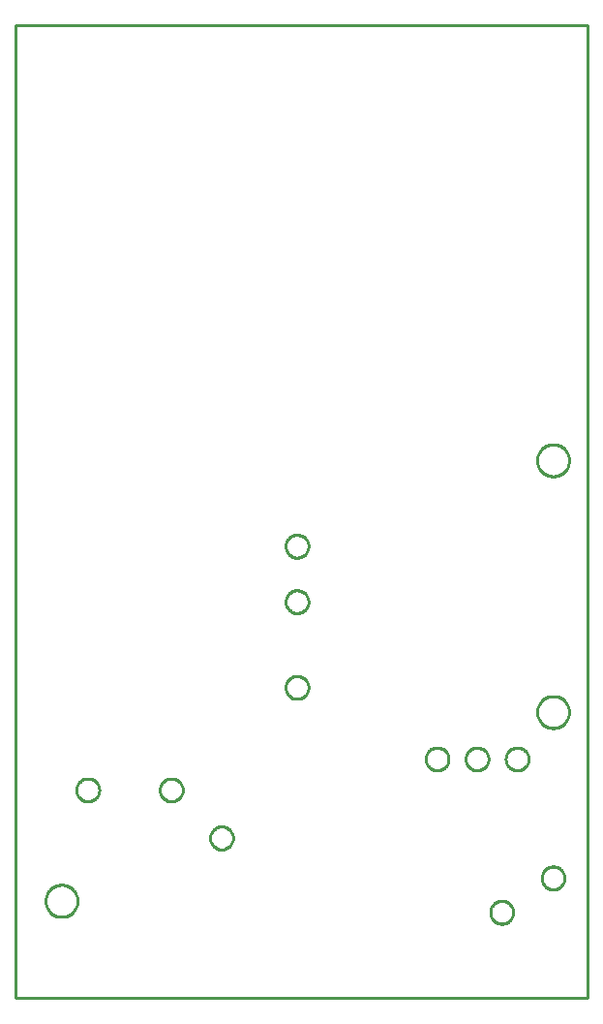
<source format=gbr>
G04 EAGLE Gerber X2 export*
%TF.Part,Single*%
%TF.FileFunction,Profile,NP*%
%TF.FilePolarity,Positive*%
%TF.GenerationSoftware,Autodesk,EAGLE,9.0.0*%
%TF.CreationDate,2019-06-10T11:01:14Z*%
G75*
%MOMM*%
%FSLAX34Y34*%
%LPD*%
%AMOC8*
5,1,8,0,0,1.08239X$1,22.5*%
G01*
%ADD10C,0.254000*%


D10*
X0Y0D02*
X500000Y0D01*
X500000Y850000D01*
X0Y850000D01*
X0Y0D01*
X480000Y104563D02*
X479924Y103694D01*
X479772Y102834D01*
X479546Y101990D01*
X479248Y101170D01*
X478879Y100378D01*
X478442Y99622D01*
X477941Y98907D01*
X477380Y98238D01*
X476762Y97620D01*
X476093Y97059D01*
X475378Y96558D01*
X474622Y96121D01*
X473830Y95752D01*
X473010Y95454D01*
X472166Y95228D01*
X471307Y95076D01*
X470437Y95000D01*
X469563Y95000D01*
X468694Y95076D01*
X467834Y95228D01*
X466990Y95454D01*
X466170Y95752D01*
X465378Y96121D01*
X464622Y96558D01*
X463907Y97059D01*
X463238Y97620D01*
X462620Y98238D01*
X462059Y98907D01*
X461558Y99622D01*
X461121Y100378D01*
X460752Y101170D01*
X460454Y101990D01*
X460228Y102834D01*
X460076Y103694D01*
X460000Y104563D01*
X460000Y105437D01*
X460076Y106307D01*
X460228Y107166D01*
X460454Y108010D01*
X460752Y108830D01*
X461121Y109622D01*
X461558Y110378D01*
X462059Y111093D01*
X462620Y111762D01*
X463238Y112380D01*
X463907Y112941D01*
X464622Y113442D01*
X465378Y113879D01*
X466170Y114248D01*
X466990Y114546D01*
X467834Y114772D01*
X468694Y114924D01*
X469563Y115000D01*
X470437Y115000D01*
X471307Y114924D01*
X472166Y114772D01*
X473010Y114546D01*
X473830Y114248D01*
X474622Y113879D01*
X475378Y113442D01*
X476093Y112941D01*
X476762Y112380D01*
X477380Y111762D01*
X477941Y111093D01*
X478442Y110378D01*
X478879Y109622D01*
X479248Y108830D01*
X479546Y108010D01*
X479772Y107166D01*
X479924Y106307D01*
X480000Y105437D01*
X480000Y104563D01*
X435000Y74563D02*
X434924Y73694D01*
X434772Y72834D01*
X434546Y71990D01*
X434248Y71170D01*
X433879Y70378D01*
X433442Y69622D01*
X432941Y68907D01*
X432380Y68238D01*
X431762Y67620D01*
X431093Y67059D01*
X430378Y66558D01*
X429622Y66121D01*
X428830Y65752D01*
X428010Y65454D01*
X427166Y65228D01*
X426307Y65076D01*
X425437Y65000D01*
X424563Y65000D01*
X423694Y65076D01*
X422834Y65228D01*
X421990Y65454D01*
X421170Y65752D01*
X420378Y66121D01*
X419622Y66558D01*
X418907Y67059D01*
X418238Y67620D01*
X417620Y68238D01*
X417059Y68907D01*
X416558Y69622D01*
X416121Y70378D01*
X415752Y71170D01*
X415454Y71990D01*
X415228Y72834D01*
X415076Y73694D01*
X415000Y74563D01*
X415000Y75437D01*
X415076Y76307D01*
X415228Y77166D01*
X415454Y78010D01*
X415752Y78830D01*
X416121Y79622D01*
X416558Y80378D01*
X417059Y81093D01*
X417620Y81762D01*
X418238Y82380D01*
X418907Y82941D01*
X419622Y83442D01*
X420378Y83879D01*
X421170Y84248D01*
X421990Y84546D01*
X422834Y84772D01*
X423694Y84924D01*
X424563Y85000D01*
X425437Y85000D01*
X426307Y84924D01*
X427166Y84772D01*
X428010Y84546D01*
X428830Y84248D01*
X429622Y83879D01*
X430378Y83442D01*
X431093Y82941D01*
X431762Y82380D01*
X432380Y81762D01*
X432941Y81093D01*
X433442Y80378D01*
X433879Y79622D01*
X434248Y78830D01*
X434546Y78010D01*
X434772Y77166D01*
X434924Y76307D01*
X435000Y75437D01*
X435000Y74563D01*
X190000Y139563D02*
X189924Y138694D01*
X189772Y137834D01*
X189546Y136990D01*
X189248Y136170D01*
X188879Y135378D01*
X188442Y134622D01*
X187941Y133907D01*
X187380Y133238D01*
X186762Y132620D01*
X186093Y132059D01*
X185378Y131558D01*
X184622Y131121D01*
X183830Y130752D01*
X183010Y130454D01*
X182166Y130228D01*
X181307Y130076D01*
X180437Y130000D01*
X179563Y130000D01*
X178694Y130076D01*
X177834Y130228D01*
X176990Y130454D01*
X176170Y130752D01*
X175378Y131121D01*
X174622Y131558D01*
X173907Y132059D01*
X173238Y132620D01*
X172620Y133238D01*
X172059Y133907D01*
X171558Y134622D01*
X171121Y135378D01*
X170752Y136170D01*
X170454Y136990D01*
X170228Y137834D01*
X170076Y138694D01*
X170000Y139563D01*
X170000Y140437D01*
X170076Y141307D01*
X170228Y142166D01*
X170454Y143010D01*
X170752Y143830D01*
X171121Y144622D01*
X171558Y145378D01*
X172059Y146093D01*
X172620Y146762D01*
X173238Y147380D01*
X173907Y147941D01*
X174622Y148442D01*
X175378Y148879D01*
X176170Y149248D01*
X176990Y149546D01*
X177834Y149772D01*
X178694Y149924D01*
X179563Y150000D01*
X180437Y150000D01*
X181307Y149924D01*
X182166Y149772D01*
X183010Y149546D01*
X183830Y149248D01*
X184622Y148879D01*
X185378Y148442D01*
X186093Y147941D01*
X186762Y147380D01*
X187380Y146762D01*
X187941Y146093D01*
X188442Y145378D01*
X188879Y144622D01*
X189248Y143830D01*
X189546Y143010D01*
X189772Y142166D01*
X189924Y141307D01*
X190000Y140437D01*
X190000Y139563D01*
X73000Y181563D02*
X72924Y180694D01*
X72772Y179834D01*
X72546Y178990D01*
X72248Y178170D01*
X71879Y177378D01*
X71442Y176622D01*
X70941Y175907D01*
X70380Y175238D01*
X69762Y174620D01*
X69093Y174059D01*
X68378Y173558D01*
X67622Y173121D01*
X66830Y172752D01*
X66010Y172454D01*
X65166Y172228D01*
X64307Y172076D01*
X63437Y172000D01*
X62563Y172000D01*
X61694Y172076D01*
X60834Y172228D01*
X59990Y172454D01*
X59170Y172752D01*
X58378Y173121D01*
X57622Y173558D01*
X56907Y174059D01*
X56238Y174620D01*
X55620Y175238D01*
X55059Y175907D01*
X54558Y176622D01*
X54121Y177378D01*
X53752Y178170D01*
X53454Y178990D01*
X53228Y179834D01*
X53076Y180694D01*
X53000Y181563D01*
X53000Y182437D01*
X53076Y183307D01*
X53228Y184166D01*
X53454Y185010D01*
X53752Y185830D01*
X54121Y186622D01*
X54558Y187378D01*
X55059Y188093D01*
X55620Y188762D01*
X56238Y189380D01*
X56907Y189941D01*
X57622Y190442D01*
X58378Y190879D01*
X59170Y191248D01*
X59990Y191546D01*
X60834Y191772D01*
X61694Y191924D01*
X62563Y192000D01*
X63437Y192000D01*
X64307Y191924D01*
X65166Y191772D01*
X66010Y191546D01*
X66830Y191248D01*
X67622Y190879D01*
X68378Y190442D01*
X69093Y189941D01*
X69762Y189380D01*
X70380Y188762D01*
X70941Y188093D01*
X71442Y187378D01*
X71879Y186622D01*
X72248Y185830D01*
X72546Y185010D01*
X72772Y184166D01*
X72924Y183307D01*
X73000Y182437D01*
X73000Y181563D01*
X146000Y181563D02*
X145924Y180694D01*
X145772Y179834D01*
X145546Y178990D01*
X145248Y178170D01*
X144879Y177378D01*
X144442Y176622D01*
X143941Y175907D01*
X143380Y175238D01*
X142762Y174620D01*
X142093Y174059D01*
X141378Y173558D01*
X140622Y173121D01*
X139830Y172752D01*
X139010Y172454D01*
X138166Y172228D01*
X137307Y172076D01*
X136437Y172000D01*
X135563Y172000D01*
X134694Y172076D01*
X133834Y172228D01*
X132990Y172454D01*
X132170Y172752D01*
X131378Y173121D01*
X130622Y173558D01*
X129907Y174059D01*
X129238Y174620D01*
X128620Y175238D01*
X128059Y175907D01*
X127558Y176622D01*
X127121Y177378D01*
X126752Y178170D01*
X126454Y178990D01*
X126228Y179834D01*
X126076Y180694D01*
X126000Y181563D01*
X126000Y182437D01*
X126076Y183307D01*
X126228Y184166D01*
X126454Y185010D01*
X126752Y185830D01*
X127121Y186622D01*
X127558Y187378D01*
X128059Y188093D01*
X128620Y188762D01*
X129238Y189380D01*
X129907Y189941D01*
X130622Y190442D01*
X131378Y190879D01*
X132170Y191248D01*
X132990Y191546D01*
X133834Y191772D01*
X134694Y191924D01*
X135563Y192000D01*
X136437Y192000D01*
X137307Y191924D01*
X138166Y191772D01*
X139010Y191546D01*
X139830Y191248D01*
X140622Y190879D01*
X141378Y190442D01*
X142093Y189941D01*
X142762Y189380D01*
X143380Y188762D01*
X143941Y188093D01*
X144442Y187378D01*
X144879Y186622D01*
X145248Y185830D01*
X145546Y185010D01*
X145772Y184166D01*
X145924Y183307D01*
X146000Y182437D01*
X146000Y181563D01*
X256000Y394563D02*
X255924Y393694D01*
X255772Y392834D01*
X255546Y391990D01*
X255248Y391170D01*
X254879Y390378D01*
X254442Y389622D01*
X253941Y388907D01*
X253380Y388238D01*
X252762Y387620D01*
X252093Y387059D01*
X251378Y386558D01*
X250622Y386121D01*
X249830Y385752D01*
X249010Y385454D01*
X248166Y385228D01*
X247307Y385076D01*
X246437Y385000D01*
X245563Y385000D01*
X244694Y385076D01*
X243834Y385228D01*
X242990Y385454D01*
X242170Y385752D01*
X241378Y386121D01*
X240622Y386558D01*
X239907Y387059D01*
X239238Y387620D01*
X238620Y388238D01*
X238059Y388907D01*
X237558Y389622D01*
X237121Y390378D01*
X236752Y391170D01*
X236454Y391990D01*
X236228Y392834D01*
X236076Y393694D01*
X236000Y394563D01*
X236000Y395437D01*
X236076Y396307D01*
X236228Y397166D01*
X236454Y398010D01*
X236752Y398830D01*
X237121Y399622D01*
X237558Y400378D01*
X238059Y401093D01*
X238620Y401762D01*
X239238Y402380D01*
X239907Y402941D01*
X240622Y403442D01*
X241378Y403879D01*
X242170Y404248D01*
X242990Y404546D01*
X243834Y404772D01*
X244694Y404924D01*
X245563Y405000D01*
X246437Y405000D01*
X247307Y404924D01*
X248166Y404772D01*
X249010Y404546D01*
X249830Y404248D01*
X250622Y403879D01*
X251378Y403442D01*
X252093Y402941D01*
X252762Y402380D01*
X253380Y401762D01*
X253941Y401093D01*
X254442Y400378D01*
X254879Y399622D01*
X255248Y398830D01*
X255546Y398010D01*
X255772Y397166D01*
X255924Y396307D01*
X256000Y395437D01*
X256000Y394563D01*
X256000Y346063D02*
X255924Y345194D01*
X255772Y344334D01*
X255546Y343490D01*
X255248Y342670D01*
X254879Y341878D01*
X254442Y341122D01*
X253941Y340407D01*
X253380Y339738D01*
X252762Y339120D01*
X252093Y338559D01*
X251378Y338058D01*
X250622Y337621D01*
X249830Y337252D01*
X249010Y336954D01*
X248166Y336728D01*
X247307Y336576D01*
X246437Y336500D01*
X245563Y336500D01*
X244694Y336576D01*
X243834Y336728D01*
X242990Y336954D01*
X242170Y337252D01*
X241378Y337621D01*
X240622Y338058D01*
X239907Y338559D01*
X239238Y339120D01*
X238620Y339738D01*
X238059Y340407D01*
X237558Y341122D01*
X237121Y341878D01*
X236752Y342670D01*
X236454Y343490D01*
X236228Y344334D01*
X236076Y345194D01*
X236000Y346063D01*
X236000Y346937D01*
X236076Y347807D01*
X236228Y348666D01*
X236454Y349510D01*
X236752Y350330D01*
X237121Y351122D01*
X237558Y351878D01*
X238059Y352593D01*
X238620Y353262D01*
X239238Y353880D01*
X239907Y354441D01*
X240622Y354942D01*
X241378Y355379D01*
X242170Y355748D01*
X242990Y356046D01*
X243834Y356272D01*
X244694Y356424D01*
X245563Y356500D01*
X246437Y356500D01*
X247307Y356424D01*
X248166Y356272D01*
X249010Y356046D01*
X249830Y355748D01*
X250622Y355379D01*
X251378Y354942D01*
X252093Y354441D01*
X252762Y353880D01*
X253380Y353262D01*
X253941Y352593D01*
X254442Y351878D01*
X254879Y351122D01*
X255248Y350330D01*
X255546Y349510D01*
X255772Y348666D01*
X255924Y347807D01*
X256000Y346937D01*
X256000Y346063D01*
X256000Y271063D02*
X255924Y270194D01*
X255772Y269334D01*
X255546Y268490D01*
X255248Y267670D01*
X254879Y266878D01*
X254442Y266122D01*
X253941Y265407D01*
X253380Y264738D01*
X252762Y264120D01*
X252093Y263559D01*
X251378Y263058D01*
X250622Y262621D01*
X249830Y262252D01*
X249010Y261954D01*
X248166Y261728D01*
X247307Y261576D01*
X246437Y261500D01*
X245563Y261500D01*
X244694Y261576D01*
X243834Y261728D01*
X242990Y261954D01*
X242170Y262252D01*
X241378Y262621D01*
X240622Y263058D01*
X239907Y263559D01*
X239238Y264120D01*
X238620Y264738D01*
X238059Y265407D01*
X237558Y266122D01*
X237121Y266878D01*
X236752Y267670D01*
X236454Y268490D01*
X236228Y269334D01*
X236076Y270194D01*
X236000Y271063D01*
X236000Y271937D01*
X236076Y272807D01*
X236228Y273666D01*
X236454Y274510D01*
X236752Y275330D01*
X237121Y276122D01*
X237558Y276878D01*
X238059Y277593D01*
X238620Y278262D01*
X239238Y278880D01*
X239907Y279441D01*
X240622Y279942D01*
X241378Y280379D01*
X242170Y280748D01*
X242990Y281046D01*
X243834Y281272D01*
X244694Y281424D01*
X245563Y281500D01*
X246437Y281500D01*
X247307Y281424D01*
X248166Y281272D01*
X249010Y281046D01*
X249830Y280748D01*
X250622Y280379D01*
X251378Y279942D01*
X252093Y279441D01*
X252762Y278880D01*
X253380Y278262D01*
X253941Y277593D01*
X254442Y276878D01*
X254879Y276122D01*
X255248Y275330D01*
X255546Y274510D01*
X255772Y273666D01*
X255924Y272807D01*
X256000Y271937D01*
X256000Y271063D01*
X378500Y208563D02*
X378424Y207694D01*
X378272Y206834D01*
X378046Y205990D01*
X377748Y205170D01*
X377379Y204378D01*
X376942Y203622D01*
X376441Y202907D01*
X375880Y202238D01*
X375262Y201620D01*
X374593Y201059D01*
X373878Y200558D01*
X373122Y200121D01*
X372330Y199752D01*
X371510Y199454D01*
X370666Y199228D01*
X369807Y199076D01*
X368937Y199000D01*
X368063Y199000D01*
X367194Y199076D01*
X366334Y199228D01*
X365490Y199454D01*
X364670Y199752D01*
X363878Y200121D01*
X363122Y200558D01*
X362407Y201059D01*
X361738Y201620D01*
X361120Y202238D01*
X360559Y202907D01*
X360058Y203622D01*
X359621Y204378D01*
X359252Y205170D01*
X358954Y205990D01*
X358728Y206834D01*
X358576Y207694D01*
X358500Y208563D01*
X358500Y209437D01*
X358576Y210307D01*
X358728Y211166D01*
X358954Y212010D01*
X359252Y212830D01*
X359621Y213622D01*
X360058Y214378D01*
X360559Y215093D01*
X361120Y215762D01*
X361738Y216380D01*
X362407Y216941D01*
X363122Y217442D01*
X363878Y217879D01*
X364670Y218248D01*
X365490Y218546D01*
X366334Y218772D01*
X367194Y218924D01*
X368063Y219000D01*
X368937Y219000D01*
X369807Y218924D01*
X370666Y218772D01*
X371510Y218546D01*
X372330Y218248D01*
X373122Y217879D01*
X373878Y217442D01*
X374593Y216941D01*
X375262Y216380D01*
X375880Y215762D01*
X376441Y215093D01*
X376942Y214378D01*
X377379Y213622D01*
X377748Y212830D01*
X378046Y212010D01*
X378272Y211166D01*
X378424Y210307D01*
X378500Y209437D01*
X378500Y208563D01*
X413500Y208563D02*
X413424Y207694D01*
X413272Y206834D01*
X413046Y205990D01*
X412748Y205170D01*
X412379Y204378D01*
X411942Y203622D01*
X411441Y202907D01*
X410880Y202238D01*
X410262Y201620D01*
X409593Y201059D01*
X408878Y200558D01*
X408122Y200121D01*
X407330Y199752D01*
X406510Y199454D01*
X405666Y199228D01*
X404807Y199076D01*
X403937Y199000D01*
X403063Y199000D01*
X402194Y199076D01*
X401334Y199228D01*
X400490Y199454D01*
X399670Y199752D01*
X398878Y200121D01*
X398122Y200558D01*
X397407Y201059D01*
X396738Y201620D01*
X396120Y202238D01*
X395559Y202907D01*
X395058Y203622D01*
X394621Y204378D01*
X394252Y205170D01*
X393954Y205990D01*
X393728Y206834D01*
X393576Y207694D01*
X393500Y208563D01*
X393500Y209437D01*
X393576Y210307D01*
X393728Y211166D01*
X393954Y212010D01*
X394252Y212830D01*
X394621Y213622D01*
X395058Y214378D01*
X395559Y215093D01*
X396120Y215762D01*
X396738Y216380D01*
X397407Y216941D01*
X398122Y217442D01*
X398878Y217879D01*
X399670Y218248D01*
X400490Y218546D01*
X401334Y218772D01*
X402194Y218924D01*
X403063Y219000D01*
X403937Y219000D01*
X404807Y218924D01*
X405666Y218772D01*
X406510Y218546D01*
X407330Y218248D01*
X408122Y217879D01*
X408878Y217442D01*
X409593Y216941D01*
X410262Y216380D01*
X410880Y215762D01*
X411441Y215093D01*
X411942Y214378D01*
X412379Y213622D01*
X412748Y212830D01*
X413046Y212010D01*
X413272Y211166D01*
X413424Y210307D01*
X413500Y209437D01*
X413500Y208563D01*
X448500Y208563D02*
X448424Y207694D01*
X448272Y206834D01*
X448046Y205990D01*
X447748Y205170D01*
X447379Y204378D01*
X446942Y203622D01*
X446441Y202907D01*
X445880Y202238D01*
X445262Y201620D01*
X444593Y201059D01*
X443878Y200558D01*
X443122Y200121D01*
X442330Y199752D01*
X441510Y199454D01*
X440666Y199228D01*
X439807Y199076D01*
X438937Y199000D01*
X438063Y199000D01*
X437194Y199076D01*
X436334Y199228D01*
X435490Y199454D01*
X434670Y199752D01*
X433878Y200121D01*
X433122Y200558D01*
X432407Y201059D01*
X431738Y201620D01*
X431120Y202238D01*
X430559Y202907D01*
X430058Y203622D01*
X429621Y204378D01*
X429252Y205170D01*
X428954Y205990D01*
X428728Y206834D01*
X428576Y207694D01*
X428500Y208563D01*
X428500Y209437D01*
X428576Y210307D01*
X428728Y211166D01*
X428954Y212010D01*
X429252Y212830D01*
X429621Y213622D01*
X430058Y214378D01*
X430559Y215093D01*
X431120Y215762D01*
X431738Y216380D01*
X432407Y216941D01*
X433122Y217442D01*
X433878Y217879D01*
X434670Y218248D01*
X435490Y218546D01*
X436334Y218772D01*
X437194Y218924D01*
X438063Y219000D01*
X438937Y219000D01*
X439807Y218924D01*
X440666Y218772D01*
X441510Y218546D01*
X442330Y218248D01*
X443122Y217879D01*
X443878Y217442D01*
X444593Y216941D01*
X445262Y216380D01*
X445880Y215762D01*
X446441Y215093D01*
X446942Y214378D01*
X447379Y213622D01*
X447748Y212830D01*
X448046Y212010D01*
X448272Y211166D01*
X448424Y210307D01*
X448500Y209437D01*
X448500Y208563D01*
X480000Y104563D02*
X479924Y103694D01*
X479772Y102834D01*
X479546Y101990D01*
X479248Y101170D01*
X478879Y100378D01*
X478442Y99622D01*
X477941Y98907D01*
X477380Y98238D01*
X476762Y97620D01*
X476093Y97059D01*
X475378Y96558D01*
X474622Y96121D01*
X473830Y95752D01*
X473010Y95454D01*
X472166Y95228D01*
X471307Y95076D01*
X470437Y95000D01*
X469563Y95000D01*
X468694Y95076D01*
X467834Y95228D01*
X466990Y95454D01*
X466170Y95752D01*
X465378Y96121D01*
X464622Y96558D01*
X463907Y97059D01*
X463238Y97620D01*
X462620Y98238D01*
X462059Y98907D01*
X461558Y99622D01*
X461121Y100378D01*
X460752Y101170D01*
X460454Y101990D01*
X460228Y102834D01*
X460076Y103694D01*
X460000Y104563D01*
X460000Y105437D01*
X460076Y106307D01*
X460228Y107166D01*
X460454Y108010D01*
X460752Y108830D01*
X461121Y109622D01*
X461558Y110378D01*
X462059Y111093D01*
X462620Y111762D01*
X463238Y112380D01*
X463907Y112941D01*
X464622Y113442D01*
X465378Y113879D01*
X466170Y114248D01*
X466990Y114546D01*
X467834Y114772D01*
X468694Y114924D01*
X469563Y115000D01*
X470437Y115000D01*
X471307Y114924D01*
X472166Y114772D01*
X473010Y114546D01*
X473830Y114248D01*
X474622Y113879D01*
X475378Y113442D01*
X476093Y112941D01*
X476762Y112380D01*
X477380Y111762D01*
X477941Y111093D01*
X478442Y110378D01*
X478879Y109622D01*
X479248Y108830D01*
X479546Y108010D01*
X479772Y107166D01*
X479924Y106307D01*
X480000Y105437D01*
X480000Y104563D01*
X435000Y74563D02*
X434924Y73694D01*
X434772Y72834D01*
X434546Y71990D01*
X434248Y71170D01*
X433879Y70378D01*
X433442Y69622D01*
X432941Y68907D01*
X432380Y68238D01*
X431762Y67620D01*
X431093Y67059D01*
X430378Y66558D01*
X429622Y66121D01*
X428830Y65752D01*
X428010Y65454D01*
X427166Y65228D01*
X426307Y65076D01*
X425437Y65000D01*
X424563Y65000D01*
X423694Y65076D01*
X422834Y65228D01*
X421990Y65454D01*
X421170Y65752D01*
X420378Y66121D01*
X419622Y66558D01*
X418907Y67059D01*
X418238Y67620D01*
X417620Y68238D01*
X417059Y68907D01*
X416558Y69622D01*
X416121Y70378D01*
X415752Y71170D01*
X415454Y71990D01*
X415228Y72834D01*
X415076Y73694D01*
X415000Y74563D01*
X415000Y75437D01*
X415076Y76307D01*
X415228Y77166D01*
X415454Y78010D01*
X415752Y78830D01*
X416121Y79622D01*
X416558Y80378D01*
X417059Y81093D01*
X417620Y81762D01*
X418238Y82380D01*
X418907Y82941D01*
X419622Y83442D01*
X420378Y83879D01*
X421170Y84248D01*
X421990Y84546D01*
X422834Y84772D01*
X423694Y84924D01*
X424563Y85000D01*
X425437Y85000D01*
X426307Y84924D01*
X427166Y84772D01*
X428010Y84546D01*
X428830Y84248D01*
X429622Y83879D01*
X430378Y83442D01*
X431093Y82941D01*
X431762Y82380D01*
X432380Y81762D01*
X432941Y81093D01*
X433442Y80378D01*
X433879Y79622D01*
X434248Y78830D01*
X434546Y78010D01*
X434772Y77166D01*
X434924Y76307D01*
X435000Y75437D01*
X435000Y74563D01*
X190000Y139563D02*
X189924Y138694D01*
X189772Y137834D01*
X189546Y136990D01*
X189248Y136170D01*
X188879Y135378D01*
X188442Y134622D01*
X187941Y133907D01*
X187380Y133238D01*
X186762Y132620D01*
X186093Y132059D01*
X185378Y131558D01*
X184622Y131121D01*
X183830Y130752D01*
X183010Y130454D01*
X182166Y130228D01*
X181307Y130076D01*
X180437Y130000D01*
X179563Y130000D01*
X178694Y130076D01*
X177834Y130228D01*
X176990Y130454D01*
X176170Y130752D01*
X175378Y131121D01*
X174622Y131558D01*
X173907Y132059D01*
X173238Y132620D01*
X172620Y133238D01*
X172059Y133907D01*
X171558Y134622D01*
X171121Y135378D01*
X170752Y136170D01*
X170454Y136990D01*
X170228Y137834D01*
X170076Y138694D01*
X170000Y139563D01*
X170000Y140437D01*
X170076Y141307D01*
X170228Y142166D01*
X170454Y143010D01*
X170752Y143830D01*
X171121Y144622D01*
X171558Y145378D01*
X172059Y146093D01*
X172620Y146762D01*
X173238Y147380D01*
X173907Y147941D01*
X174622Y148442D01*
X175378Y148879D01*
X176170Y149248D01*
X176990Y149546D01*
X177834Y149772D01*
X178694Y149924D01*
X179563Y150000D01*
X180437Y150000D01*
X181307Y149924D01*
X182166Y149772D01*
X183010Y149546D01*
X183830Y149248D01*
X184622Y148879D01*
X185378Y148442D01*
X186093Y147941D01*
X186762Y147380D01*
X187380Y146762D01*
X187941Y146093D01*
X188442Y145378D01*
X188879Y144622D01*
X189248Y143830D01*
X189546Y143010D01*
X189772Y142166D01*
X189924Y141307D01*
X190000Y140437D01*
X190000Y139563D01*
X73000Y181563D02*
X72924Y180694D01*
X72772Y179834D01*
X72546Y178990D01*
X72248Y178170D01*
X71879Y177378D01*
X71442Y176622D01*
X70941Y175907D01*
X70380Y175238D01*
X69762Y174620D01*
X69093Y174059D01*
X68378Y173558D01*
X67622Y173121D01*
X66830Y172752D01*
X66010Y172454D01*
X65166Y172228D01*
X64307Y172076D01*
X63437Y172000D01*
X62563Y172000D01*
X61694Y172076D01*
X60834Y172228D01*
X59990Y172454D01*
X59170Y172752D01*
X58378Y173121D01*
X57622Y173558D01*
X56907Y174059D01*
X56238Y174620D01*
X55620Y175238D01*
X55059Y175907D01*
X54558Y176622D01*
X54121Y177378D01*
X53752Y178170D01*
X53454Y178990D01*
X53228Y179834D01*
X53076Y180694D01*
X53000Y181563D01*
X53000Y182437D01*
X53076Y183307D01*
X53228Y184166D01*
X53454Y185010D01*
X53752Y185830D01*
X54121Y186622D01*
X54558Y187378D01*
X55059Y188093D01*
X55620Y188762D01*
X56238Y189380D01*
X56907Y189941D01*
X57622Y190442D01*
X58378Y190879D01*
X59170Y191248D01*
X59990Y191546D01*
X60834Y191772D01*
X61694Y191924D01*
X62563Y192000D01*
X63437Y192000D01*
X64307Y191924D01*
X65166Y191772D01*
X66010Y191546D01*
X66830Y191248D01*
X67622Y190879D01*
X68378Y190442D01*
X69093Y189941D01*
X69762Y189380D01*
X70380Y188762D01*
X70941Y188093D01*
X71442Y187378D01*
X71879Y186622D01*
X72248Y185830D01*
X72546Y185010D01*
X72772Y184166D01*
X72924Y183307D01*
X73000Y182437D01*
X73000Y181563D01*
X146000Y181563D02*
X145924Y180694D01*
X145772Y179834D01*
X145546Y178990D01*
X145248Y178170D01*
X144879Y177378D01*
X144442Y176622D01*
X143941Y175907D01*
X143380Y175238D01*
X142762Y174620D01*
X142093Y174059D01*
X141378Y173558D01*
X140622Y173121D01*
X139830Y172752D01*
X139010Y172454D01*
X138166Y172228D01*
X137307Y172076D01*
X136437Y172000D01*
X135563Y172000D01*
X134694Y172076D01*
X133834Y172228D01*
X132990Y172454D01*
X132170Y172752D01*
X131378Y173121D01*
X130622Y173558D01*
X129907Y174059D01*
X129238Y174620D01*
X128620Y175238D01*
X128059Y175907D01*
X127558Y176622D01*
X127121Y177378D01*
X126752Y178170D01*
X126454Y178990D01*
X126228Y179834D01*
X126076Y180694D01*
X126000Y181563D01*
X126000Y182437D01*
X126076Y183307D01*
X126228Y184166D01*
X126454Y185010D01*
X126752Y185830D01*
X127121Y186622D01*
X127558Y187378D01*
X128059Y188093D01*
X128620Y188762D01*
X129238Y189380D01*
X129907Y189941D01*
X130622Y190442D01*
X131378Y190879D01*
X132170Y191248D01*
X132990Y191546D01*
X133834Y191772D01*
X134694Y191924D01*
X135563Y192000D01*
X136437Y192000D01*
X137307Y191924D01*
X138166Y191772D01*
X139010Y191546D01*
X139830Y191248D01*
X140622Y190879D01*
X141378Y190442D01*
X142093Y189941D01*
X142762Y189380D01*
X143380Y188762D01*
X143941Y188093D01*
X144442Y187378D01*
X144879Y186622D01*
X145248Y185830D01*
X145546Y185010D01*
X145772Y184166D01*
X145924Y183307D01*
X146000Y182437D01*
X146000Y181563D01*
X256000Y394563D02*
X255924Y393694D01*
X255772Y392834D01*
X255546Y391990D01*
X255248Y391170D01*
X254879Y390378D01*
X254442Y389622D01*
X253941Y388907D01*
X253380Y388238D01*
X252762Y387620D01*
X252093Y387059D01*
X251378Y386558D01*
X250622Y386121D01*
X249830Y385752D01*
X249010Y385454D01*
X248166Y385228D01*
X247307Y385076D01*
X246437Y385000D01*
X245563Y385000D01*
X244694Y385076D01*
X243834Y385228D01*
X242990Y385454D01*
X242170Y385752D01*
X241378Y386121D01*
X240622Y386558D01*
X239907Y387059D01*
X239238Y387620D01*
X238620Y388238D01*
X238059Y388907D01*
X237558Y389622D01*
X237121Y390378D01*
X236752Y391170D01*
X236454Y391990D01*
X236228Y392834D01*
X236076Y393694D01*
X236000Y394563D01*
X236000Y395437D01*
X236076Y396307D01*
X236228Y397166D01*
X236454Y398010D01*
X236752Y398830D01*
X237121Y399622D01*
X237558Y400378D01*
X238059Y401093D01*
X238620Y401762D01*
X239238Y402380D01*
X239907Y402941D01*
X240622Y403442D01*
X241378Y403879D01*
X242170Y404248D01*
X242990Y404546D01*
X243834Y404772D01*
X244694Y404924D01*
X245563Y405000D01*
X246437Y405000D01*
X247307Y404924D01*
X248166Y404772D01*
X249010Y404546D01*
X249830Y404248D01*
X250622Y403879D01*
X251378Y403442D01*
X252093Y402941D01*
X252762Y402380D01*
X253380Y401762D01*
X253941Y401093D01*
X254442Y400378D01*
X254879Y399622D01*
X255248Y398830D01*
X255546Y398010D01*
X255772Y397166D01*
X255924Y396307D01*
X256000Y395437D01*
X256000Y394563D01*
X256000Y346063D02*
X255924Y345194D01*
X255772Y344334D01*
X255546Y343490D01*
X255248Y342670D01*
X254879Y341878D01*
X254442Y341122D01*
X253941Y340407D01*
X253380Y339738D01*
X252762Y339120D01*
X252093Y338559D01*
X251378Y338058D01*
X250622Y337621D01*
X249830Y337252D01*
X249010Y336954D01*
X248166Y336728D01*
X247307Y336576D01*
X246437Y336500D01*
X245563Y336500D01*
X244694Y336576D01*
X243834Y336728D01*
X242990Y336954D01*
X242170Y337252D01*
X241378Y337621D01*
X240622Y338058D01*
X239907Y338559D01*
X239238Y339120D01*
X238620Y339738D01*
X238059Y340407D01*
X237558Y341122D01*
X237121Y341878D01*
X236752Y342670D01*
X236454Y343490D01*
X236228Y344334D01*
X236076Y345194D01*
X236000Y346063D01*
X236000Y346937D01*
X236076Y347807D01*
X236228Y348666D01*
X236454Y349510D01*
X236752Y350330D01*
X237121Y351122D01*
X237558Y351878D01*
X238059Y352593D01*
X238620Y353262D01*
X239238Y353880D01*
X239907Y354441D01*
X240622Y354942D01*
X241378Y355379D01*
X242170Y355748D01*
X242990Y356046D01*
X243834Y356272D01*
X244694Y356424D01*
X245563Y356500D01*
X246437Y356500D01*
X247307Y356424D01*
X248166Y356272D01*
X249010Y356046D01*
X249830Y355748D01*
X250622Y355379D01*
X251378Y354942D01*
X252093Y354441D01*
X252762Y353880D01*
X253380Y353262D01*
X253941Y352593D01*
X254442Y351878D01*
X254879Y351122D01*
X255248Y350330D01*
X255546Y349510D01*
X255772Y348666D01*
X255924Y347807D01*
X256000Y346937D01*
X256000Y346063D01*
X256000Y271063D02*
X255924Y270194D01*
X255772Y269334D01*
X255546Y268490D01*
X255248Y267670D01*
X254879Y266878D01*
X254442Y266122D01*
X253941Y265407D01*
X253380Y264738D01*
X252762Y264120D01*
X252093Y263559D01*
X251378Y263058D01*
X250622Y262621D01*
X249830Y262252D01*
X249010Y261954D01*
X248166Y261728D01*
X247307Y261576D01*
X246437Y261500D01*
X245563Y261500D01*
X244694Y261576D01*
X243834Y261728D01*
X242990Y261954D01*
X242170Y262252D01*
X241378Y262621D01*
X240622Y263058D01*
X239907Y263559D01*
X239238Y264120D01*
X238620Y264738D01*
X238059Y265407D01*
X237558Y266122D01*
X237121Y266878D01*
X236752Y267670D01*
X236454Y268490D01*
X236228Y269334D01*
X236076Y270194D01*
X236000Y271063D01*
X236000Y271937D01*
X236076Y272807D01*
X236228Y273666D01*
X236454Y274510D01*
X236752Y275330D01*
X237121Y276122D01*
X237558Y276878D01*
X238059Y277593D01*
X238620Y278262D01*
X239238Y278880D01*
X239907Y279441D01*
X240622Y279942D01*
X241378Y280379D01*
X242170Y280748D01*
X242990Y281046D01*
X243834Y281272D01*
X244694Y281424D01*
X245563Y281500D01*
X246437Y281500D01*
X247307Y281424D01*
X248166Y281272D01*
X249010Y281046D01*
X249830Y280748D01*
X250622Y280379D01*
X251378Y279942D01*
X252093Y279441D01*
X252762Y278880D01*
X253380Y278262D01*
X253941Y277593D01*
X254442Y276878D01*
X254879Y276122D01*
X255248Y275330D01*
X255546Y274510D01*
X255772Y273666D01*
X255924Y272807D01*
X256000Y271937D01*
X256000Y271063D01*
X378500Y208563D02*
X378424Y207694D01*
X378272Y206834D01*
X378046Y205990D01*
X377748Y205170D01*
X377379Y204378D01*
X376942Y203622D01*
X376441Y202907D01*
X375880Y202238D01*
X375262Y201620D01*
X374593Y201059D01*
X373878Y200558D01*
X373122Y200121D01*
X372330Y199752D01*
X371510Y199454D01*
X370666Y199228D01*
X369807Y199076D01*
X368937Y199000D01*
X368063Y199000D01*
X367194Y199076D01*
X366334Y199228D01*
X365490Y199454D01*
X364670Y199752D01*
X363878Y200121D01*
X363122Y200558D01*
X362407Y201059D01*
X361738Y201620D01*
X361120Y202238D01*
X360559Y202907D01*
X360058Y203622D01*
X359621Y204378D01*
X359252Y205170D01*
X358954Y205990D01*
X358728Y206834D01*
X358576Y207694D01*
X358500Y208563D01*
X358500Y209437D01*
X358576Y210307D01*
X358728Y211166D01*
X358954Y212010D01*
X359252Y212830D01*
X359621Y213622D01*
X360058Y214378D01*
X360559Y215093D01*
X361120Y215762D01*
X361738Y216380D01*
X362407Y216941D01*
X363122Y217442D01*
X363878Y217879D01*
X364670Y218248D01*
X365490Y218546D01*
X366334Y218772D01*
X367194Y218924D01*
X368063Y219000D01*
X368937Y219000D01*
X369807Y218924D01*
X370666Y218772D01*
X371510Y218546D01*
X372330Y218248D01*
X373122Y217879D01*
X373878Y217442D01*
X374593Y216941D01*
X375262Y216380D01*
X375880Y215762D01*
X376441Y215093D01*
X376942Y214378D01*
X377379Y213622D01*
X377748Y212830D01*
X378046Y212010D01*
X378272Y211166D01*
X378424Y210307D01*
X378500Y209437D01*
X378500Y208563D01*
X413500Y208563D02*
X413424Y207694D01*
X413272Y206834D01*
X413046Y205990D01*
X412748Y205170D01*
X412379Y204378D01*
X411942Y203622D01*
X411441Y202907D01*
X410880Y202238D01*
X410262Y201620D01*
X409593Y201059D01*
X408878Y200558D01*
X408122Y200121D01*
X407330Y199752D01*
X406510Y199454D01*
X405666Y199228D01*
X404807Y199076D01*
X403937Y199000D01*
X403063Y199000D01*
X402194Y199076D01*
X401334Y199228D01*
X400490Y199454D01*
X399670Y199752D01*
X398878Y200121D01*
X398122Y200558D01*
X397407Y201059D01*
X396738Y201620D01*
X396120Y202238D01*
X395559Y202907D01*
X395058Y203622D01*
X394621Y204378D01*
X394252Y205170D01*
X393954Y205990D01*
X393728Y206834D01*
X393576Y207694D01*
X393500Y208563D01*
X393500Y209437D01*
X393576Y210307D01*
X393728Y211166D01*
X393954Y212010D01*
X394252Y212830D01*
X394621Y213622D01*
X395058Y214378D01*
X395559Y215093D01*
X396120Y215762D01*
X396738Y216380D01*
X397407Y216941D01*
X398122Y217442D01*
X398878Y217879D01*
X399670Y218248D01*
X400490Y218546D01*
X401334Y218772D01*
X402194Y218924D01*
X403063Y219000D01*
X403937Y219000D01*
X404807Y218924D01*
X405666Y218772D01*
X406510Y218546D01*
X407330Y218248D01*
X408122Y217879D01*
X408878Y217442D01*
X409593Y216941D01*
X410262Y216380D01*
X410880Y215762D01*
X411441Y215093D01*
X411942Y214378D01*
X412379Y213622D01*
X412748Y212830D01*
X413046Y212010D01*
X413272Y211166D01*
X413424Y210307D01*
X413500Y209437D01*
X413500Y208563D01*
X448500Y208563D02*
X448424Y207694D01*
X448272Y206834D01*
X448046Y205990D01*
X447748Y205170D01*
X447379Y204378D01*
X446942Y203622D01*
X446441Y202907D01*
X445880Y202238D01*
X445262Y201620D01*
X444593Y201059D01*
X443878Y200558D01*
X443122Y200121D01*
X442330Y199752D01*
X441510Y199454D01*
X440666Y199228D01*
X439807Y199076D01*
X438937Y199000D01*
X438063Y199000D01*
X437194Y199076D01*
X436334Y199228D01*
X435490Y199454D01*
X434670Y199752D01*
X433878Y200121D01*
X433122Y200558D01*
X432407Y201059D01*
X431738Y201620D01*
X431120Y202238D01*
X430559Y202907D01*
X430058Y203622D01*
X429621Y204378D01*
X429252Y205170D01*
X428954Y205990D01*
X428728Y206834D01*
X428576Y207694D01*
X428500Y208563D01*
X428500Y209437D01*
X428576Y210307D01*
X428728Y211166D01*
X428954Y212010D01*
X429252Y212830D01*
X429621Y213622D01*
X430058Y214378D01*
X430559Y215093D01*
X431120Y215762D01*
X431738Y216380D01*
X432407Y216941D01*
X433122Y217442D01*
X433878Y217879D01*
X434670Y218248D01*
X435490Y218546D01*
X436334Y218772D01*
X437194Y218924D01*
X438063Y219000D01*
X438937Y219000D01*
X439807Y218924D01*
X440666Y218772D01*
X441510Y218546D01*
X442330Y218248D01*
X443122Y217879D01*
X443878Y217442D01*
X444593Y216941D01*
X445262Y216380D01*
X445880Y215762D01*
X446441Y215093D01*
X446942Y214378D01*
X447379Y213622D01*
X447748Y212830D01*
X448046Y212010D01*
X448272Y211166D01*
X448424Y210307D01*
X448500Y209437D01*
X448500Y208563D01*
X54000Y84500D02*
X53929Y83503D01*
X53786Y82513D01*
X53574Y81536D01*
X53292Y80576D01*
X52943Y79639D01*
X52527Y78729D01*
X52048Y77852D01*
X51507Y77010D01*
X50908Y76210D01*
X50253Y75454D01*
X49546Y74747D01*
X48790Y74092D01*
X47990Y73493D01*
X47148Y72952D01*
X46271Y72473D01*
X45361Y72057D01*
X44424Y71708D01*
X43465Y71426D01*
X42487Y71214D01*
X41498Y71071D01*
X40500Y71000D01*
X39500Y71000D01*
X38503Y71071D01*
X37513Y71214D01*
X36536Y71426D01*
X35576Y71708D01*
X34639Y72057D01*
X33729Y72473D01*
X32852Y72952D01*
X32010Y73493D01*
X31210Y74092D01*
X30454Y74747D01*
X29747Y75454D01*
X29092Y76210D01*
X28493Y77010D01*
X27952Y77852D01*
X27473Y78729D01*
X27057Y79639D01*
X26708Y80576D01*
X26426Y81536D01*
X26214Y82513D01*
X26071Y83503D01*
X26000Y84500D01*
X26000Y85500D01*
X26071Y86498D01*
X26214Y87487D01*
X26426Y88465D01*
X26708Y89424D01*
X27057Y90361D01*
X27473Y91271D01*
X27952Y92148D01*
X28493Y92990D01*
X29092Y93790D01*
X29747Y94546D01*
X30454Y95253D01*
X31210Y95908D01*
X32010Y96507D01*
X32852Y97048D01*
X33729Y97527D01*
X34639Y97943D01*
X35576Y98292D01*
X36536Y98574D01*
X37513Y98786D01*
X38503Y98929D01*
X39500Y99000D01*
X40500Y99000D01*
X41498Y98929D01*
X42487Y98786D01*
X43465Y98574D01*
X44424Y98292D01*
X45361Y97943D01*
X46271Y97527D01*
X47148Y97048D01*
X47990Y96507D01*
X48790Y95908D01*
X49546Y95253D01*
X50253Y94546D01*
X50908Y93790D01*
X51507Y92990D01*
X52048Y92148D01*
X52527Y91271D01*
X52943Y90361D01*
X53292Y89424D01*
X53574Y88465D01*
X53786Y87487D01*
X53929Y86498D01*
X54000Y85500D01*
X54000Y84500D01*
X484000Y469500D02*
X483929Y468503D01*
X483786Y467513D01*
X483574Y466536D01*
X483292Y465576D01*
X482943Y464639D01*
X482527Y463729D01*
X482048Y462852D01*
X481507Y462010D01*
X480908Y461210D01*
X480253Y460454D01*
X479546Y459747D01*
X478790Y459092D01*
X477990Y458493D01*
X477148Y457952D01*
X476271Y457473D01*
X475361Y457057D01*
X474424Y456708D01*
X473465Y456426D01*
X472487Y456214D01*
X471498Y456071D01*
X470500Y456000D01*
X469500Y456000D01*
X468503Y456071D01*
X467513Y456214D01*
X466536Y456426D01*
X465576Y456708D01*
X464639Y457057D01*
X463729Y457473D01*
X462852Y457952D01*
X462010Y458493D01*
X461210Y459092D01*
X460454Y459747D01*
X459747Y460454D01*
X459092Y461210D01*
X458493Y462010D01*
X457952Y462852D01*
X457473Y463729D01*
X457057Y464639D01*
X456708Y465576D01*
X456426Y466536D01*
X456214Y467513D01*
X456071Y468503D01*
X456000Y469500D01*
X456000Y470500D01*
X456071Y471498D01*
X456214Y472487D01*
X456426Y473465D01*
X456708Y474424D01*
X457057Y475361D01*
X457473Y476271D01*
X457952Y477148D01*
X458493Y477990D01*
X459092Y478790D01*
X459747Y479546D01*
X460454Y480253D01*
X461210Y480908D01*
X462010Y481507D01*
X462852Y482048D01*
X463729Y482527D01*
X464639Y482943D01*
X465576Y483292D01*
X466536Y483574D01*
X467513Y483786D01*
X468503Y483929D01*
X469500Y484000D01*
X470500Y484000D01*
X471498Y483929D01*
X472487Y483786D01*
X473465Y483574D01*
X474424Y483292D01*
X475361Y482943D01*
X476271Y482527D01*
X477148Y482048D01*
X477990Y481507D01*
X478790Y480908D01*
X479546Y480253D01*
X480253Y479546D01*
X480908Y478790D01*
X481507Y477990D01*
X482048Y477148D01*
X482527Y476271D01*
X482943Y475361D01*
X483292Y474424D01*
X483574Y473465D01*
X483786Y472487D01*
X483929Y471498D01*
X484000Y470500D01*
X484000Y469500D01*
X484000Y249500D02*
X483929Y248503D01*
X483786Y247513D01*
X483574Y246536D01*
X483292Y245576D01*
X482943Y244639D01*
X482527Y243729D01*
X482048Y242852D01*
X481507Y242010D01*
X480908Y241210D01*
X480253Y240454D01*
X479546Y239747D01*
X478790Y239092D01*
X477990Y238493D01*
X477148Y237952D01*
X476271Y237473D01*
X475361Y237057D01*
X474424Y236708D01*
X473465Y236426D01*
X472487Y236214D01*
X471498Y236071D01*
X470500Y236000D01*
X469500Y236000D01*
X468503Y236071D01*
X467513Y236214D01*
X466536Y236426D01*
X465576Y236708D01*
X464639Y237057D01*
X463729Y237473D01*
X462852Y237952D01*
X462010Y238493D01*
X461210Y239092D01*
X460454Y239747D01*
X459747Y240454D01*
X459092Y241210D01*
X458493Y242010D01*
X457952Y242852D01*
X457473Y243729D01*
X457057Y244639D01*
X456708Y245576D01*
X456426Y246536D01*
X456214Y247513D01*
X456071Y248503D01*
X456000Y249500D01*
X456000Y250500D01*
X456071Y251498D01*
X456214Y252487D01*
X456426Y253465D01*
X456708Y254424D01*
X457057Y255361D01*
X457473Y256271D01*
X457952Y257148D01*
X458493Y257990D01*
X459092Y258790D01*
X459747Y259546D01*
X460454Y260253D01*
X461210Y260908D01*
X462010Y261507D01*
X462852Y262048D01*
X463729Y262527D01*
X464639Y262943D01*
X465576Y263292D01*
X466536Y263574D01*
X467513Y263786D01*
X468503Y263929D01*
X469500Y264000D01*
X470500Y264000D01*
X471498Y263929D01*
X472487Y263786D01*
X473465Y263574D01*
X474424Y263292D01*
X475361Y262943D01*
X476271Y262527D01*
X477148Y262048D01*
X477990Y261507D01*
X478790Y260908D01*
X479546Y260253D01*
X480253Y259546D01*
X480908Y258790D01*
X481507Y257990D01*
X482048Y257148D01*
X482527Y256271D01*
X482943Y255361D01*
X483292Y254424D01*
X483574Y253465D01*
X483786Y252487D01*
X483929Y251498D01*
X484000Y250500D01*
X484000Y249500D01*
M02*

</source>
